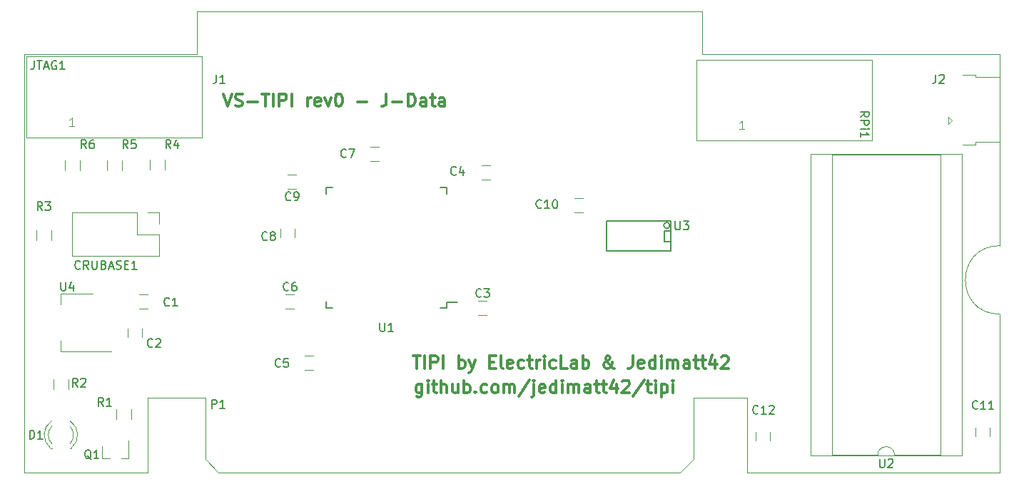
<source format=gto>
G04 #@! TF.GenerationSoftware,KiCad,Pcbnew,(5.1.5)-3*
G04 #@! TF.CreationDate,2020-04-27T11:33:16-04:00*
G04 #@! TF.ProjectId,VS-Tipi,56532d54-6970-4692-9e6b-696361645f70,V0*
G04 #@! TF.SameCoordinates,Original*
G04 #@! TF.FileFunction,Legend,Top*
G04 #@! TF.FilePolarity,Positive*
%FSLAX46Y46*%
G04 Gerber Fmt 4.6, Leading zero omitted, Abs format (unit mm)*
G04 Created by KiCad (PCBNEW (5.1.5)-3) date 2020-04-27 11:33:16*
%MOMM*%
%LPD*%
G04 APERTURE LIST*
%ADD10C,0.300000*%
%ADD11C,0.025400*%
%ADD12C,0.120000*%
%ADD13C,0.150000*%
G04 APERTURE END LIST*
D10*
X107983571Y-134730371D02*
X107983571Y-135944657D01*
X107912142Y-136087514D01*
X107840714Y-136158942D01*
X107697857Y-136230371D01*
X107483571Y-136230371D01*
X107340714Y-136158942D01*
X107983571Y-135658942D02*
X107840714Y-135730371D01*
X107555000Y-135730371D01*
X107412142Y-135658942D01*
X107340714Y-135587514D01*
X107269285Y-135444657D01*
X107269285Y-135016085D01*
X107340714Y-134873228D01*
X107412142Y-134801800D01*
X107555000Y-134730371D01*
X107840714Y-134730371D01*
X107983571Y-134801800D01*
X108697857Y-135730371D02*
X108697857Y-134730371D01*
X108697857Y-134230371D02*
X108626428Y-134301800D01*
X108697857Y-134373228D01*
X108769285Y-134301800D01*
X108697857Y-134230371D01*
X108697857Y-134373228D01*
X109197857Y-134730371D02*
X109769285Y-134730371D01*
X109412142Y-134230371D02*
X109412142Y-135516085D01*
X109483571Y-135658942D01*
X109626428Y-135730371D01*
X109769285Y-135730371D01*
X110269285Y-135730371D02*
X110269285Y-134230371D01*
X110912142Y-135730371D02*
X110912142Y-134944657D01*
X110840714Y-134801800D01*
X110697857Y-134730371D01*
X110483571Y-134730371D01*
X110340714Y-134801800D01*
X110269285Y-134873228D01*
X112269285Y-134730371D02*
X112269285Y-135730371D01*
X111626428Y-134730371D02*
X111626428Y-135516085D01*
X111697857Y-135658942D01*
X111840714Y-135730371D01*
X112055000Y-135730371D01*
X112197857Y-135658942D01*
X112269285Y-135587514D01*
X112983571Y-135730371D02*
X112983571Y-134230371D01*
X112983571Y-134801800D02*
X113126428Y-134730371D01*
X113412142Y-134730371D01*
X113555000Y-134801800D01*
X113626428Y-134873228D01*
X113697857Y-135016085D01*
X113697857Y-135444657D01*
X113626428Y-135587514D01*
X113555000Y-135658942D01*
X113412142Y-135730371D01*
X113126428Y-135730371D01*
X112983571Y-135658942D01*
X114340714Y-135587514D02*
X114412142Y-135658942D01*
X114340714Y-135730371D01*
X114269285Y-135658942D01*
X114340714Y-135587514D01*
X114340714Y-135730371D01*
X115697857Y-135658942D02*
X115555000Y-135730371D01*
X115269285Y-135730371D01*
X115126428Y-135658942D01*
X115055000Y-135587514D01*
X114983571Y-135444657D01*
X114983571Y-135016085D01*
X115055000Y-134873228D01*
X115126428Y-134801800D01*
X115269285Y-134730371D01*
X115555000Y-134730371D01*
X115697857Y-134801800D01*
X116555000Y-135730371D02*
X116412142Y-135658942D01*
X116340714Y-135587514D01*
X116269285Y-135444657D01*
X116269285Y-135016085D01*
X116340714Y-134873228D01*
X116412142Y-134801800D01*
X116555000Y-134730371D01*
X116769285Y-134730371D01*
X116912142Y-134801800D01*
X116983571Y-134873228D01*
X117055000Y-135016085D01*
X117055000Y-135444657D01*
X116983571Y-135587514D01*
X116912142Y-135658942D01*
X116769285Y-135730371D01*
X116555000Y-135730371D01*
X117697857Y-135730371D02*
X117697857Y-134730371D01*
X117697857Y-134873228D02*
X117769285Y-134801800D01*
X117912142Y-134730371D01*
X118126428Y-134730371D01*
X118269285Y-134801800D01*
X118340714Y-134944657D01*
X118340714Y-135730371D01*
X118340714Y-134944657D02*
X118412142Y-134801800D01*
X118555000Y-134730371D01*
X118769285Y-134730371D01*
X118912142Y-134801800D01*
X118983571Y-134944657D01*
X118983571Y-135730371D01*
X120769285Y-134158942D02*
X119483571Y-136087514D01*
X121269285Y-134730371D02*
X121269285Y-136016085D01*
X121197857Y-136158942D01*
X121055000Y-136230371D01*
X120983571Y-136230371D01*
X121269285Y-134230371D02*
X121197857Y-134301800D01*
X121269285Y-134373228D01*
X121340714Y-134301800D01*
X121269285Y-134230371D01*
X121269285Y-134373228D01*
X122555000Y-135658942D02*
X122412142Y-135730371D01*
X122126428Y-135730371D01*
X121983571Y-135658942D01*
X121912142Y-135516085D01*
X121912142Y-134944657D01*
X121983571Y-134801800D01*
X122126428Y-134730371D01*
X122412142Y-134730371D01*
X122555000Y-134801800D01*
X122626428Y-134944657D01*
X122626428Y-135087514D01*
X121912142Y-135230371D01*
X123912142Y-135730371D02*
X123912142Y-134230371D01*
X123912142Y-135658942D02*
X123769285Y-135730371D01*
X123483571Y-135730371D01*
X123340714Y-135658942D01*
X123269285Y-135587514D01*
X123197857Y-135444657D01*
X123197857Y-135016085D01*
X123269285Y-134873228D01*
X123340714Y-134801800D01*
X123483571Y-134730371D01*
X123769285Y-134730371D01*
X123912142Y-134801800D01*
X124626428Y-135730371D02*
X124626428Y-134730371D01*
X124626428Y-134230371D02*
X124555000Y-134301800D01*
X124626428Y-134373228D01*
X124697857Y-134301800D01*
X124626428Y-134230371D01*
X124626428Y-134373228D01*
X125340714Y-135730371D02*
X125340714Y-134730371D01*
X125340714Y-134873228D02*
X125412142Y-134801800D01*
X125555000Y-134730371D01*
X125769285Y-134730371D01*
X125912142Y-134801800D01*
X125983571Y-134944657D01*
X125983571Y-135730371D01*
X125983571Y-134944657D02*
X126055000Y-134801800D01*
X126197857Y-134730371D01*
X126412142Y-134730371D01*
X126555000Y-134801800D01*
X126626428Y-134944657D01*
X126626428Y-135730371D01*
X127983571Y-135730371D02*
X127983571Y-134944657D01*
X127912142Y-134801800D01*
X127769285Y-134730371D01*
X127483571Y-134730371D01*
X127340714Y-134801800D01*
X127983571Y-135658942D02*
X127840714Y-135730371D01*
X127483571Y-135730371D01*
X127340714Y-135658942D01*
X127269285Y-135516085D01*
X127269285Y-135373228D01*
X127340714Y-135230371D01*
X127483571Y-135158942D01*
X127840714Y-135158942D01*
X127983571Y-135087514D01*
X128483571Y-134730371D02*
X129055000Y-134730371D01*
X128697857Y-134230371D02*
X128697857Y-135516085D01*
X128769285Y-135658942D01*
X128912142Y-135730371D01*
X129055000Y-135730371D01*
X129340714Y-134730371D02*
X129912142Y-134730371D01*
X129555000Y-134230371D02*
X129555000Y-135516085D01*
X129626428Y-135658942D01*
X129769285Y-135730371D01*
X129912142Y-135730371D01*
X131055000Y-134730371D02*
X131055000Y-135730371D01*
X130697857Y-134158942D02*
X130340714Y-135230371D01*
X131269285Y-135230371D01*
X131769285Y-134373228D02*
X131840714Y-134301800D01*
X131983571Y-134230371D01*
X132340714Y-134230371D01*
X132483571Y-134301800D01*
X132555000Y-134373228D01*
X132626428Y-134516085D01*
X132626428Y-134658942D01*
X132555000Y-134873228D01*
X131697857Y-135730371D01*
X132626428Y-135730371D01*
X134340714Y-134158942D02*
X133055000Y-136087514D01*
X134626428Y-134730371D02*
X135197857Y-134730371D01*
X134840714Y-134230371D02*
X134840714Y-135516085D01*
X134912142Y-135658942D01*
X135055000Y-135730371D01*
X135197857Y-135730371D01*
X135697857Y-135730371D02*
X135697857Y-134730371D01*
X135697857Y-134230371D02*
X135626428Y-134301800D01*
X135697857Y-134373228D01*
X135769285Y-134301800D01*
X135697857Y-134230371D01*
X135697857Y-134373228D01*
X136412142Y-134730371D02*
X136412142Y-136230371D01*
X136412142Y-134801800D02*
X136555000Y-134730371D01*
X136840714Y-134730371D01*
X136983571Y-134801800D01*
X137055000Y-134873228D01*
X137126428Y-135016085D01*
X137126428Y-135444657D01*
X137055000Y-135587514D01*
X136983571Y-135658942D01*
X136840714Y-135730371D01*
X136555000Y-135730371D01*
X136412142Y-135658942D01*
X137769285Y-135730371D02*
X137769285Y-134730371D01*
X137769285Y-134230371D02*
X137697857Y-134301800D01*
X137769285Y-134373228D01*
X137840714Y-134301800D01*
X137769285Y-134230371D01*
X137769285Y-134373228D01*
D11*
X138633200Y-145161000D02*
X140208000Y-143586200D01*
X82296000Y-143586200D02*
X83870800Y-145161000D01*
D10*
X84413000Y-100194371D02*
X84913000Y-101694371D01*
X85413000Y-100194371D01*
X85841571Y-101622942D02*
X86055857Y-101694371D01*
X86413000Y-101694371D01*
X86555857Y-101622942D01*
X86627285Y-101551514D01*
X86698714Y-101408657D01*
X86698714Y-101265800D01*
X86627285Y-101122942D01*
X86555857Y-101051514D01*
X86413000Y-100980085D01*
X86127285Y-100908657D01*
X85984428Y-100837228D01*
X85913000Y-100765800D01*
X85841571Y-100622942D01*
X85841571Y-100480085D01*
X85913000Y-100337228D01*
X85984428Y-100265800D01*
X86127285Y-100194371D01*
X86484428Y-100194371D01*
X86698714Y-100265800D01*
X87341571Y-101122942D02*
X88484428Y-101122942D01*
X88984428Y-100194371D02*
X89841571Y-100194371D01*
X89413000Y-101694371D02*
X89413000Y-100194371D01*
X90341571Y-101694371D02*
X90341571Y-100194371D01*
X91055857Y-101694371D02*
X91055857Y-100194371D01*
X91627285Y-100194371D01*
X91770142Y-100265800D01*
X91841571Y-100337228D01*
X91913000Y-100480085D01*
X91913000Y-100694371D01*
X91841571Y-100837228D01*
X91770142Y-100908657D01*
X91627285Y-100980085D01*
X91055857Y-100980085D01*
X92555857Y-101694371D02*
X92555857Y-100194371D01*
X94412999Y-101694371D02*
X94412999Y-100694371D01*
X94412999Y-100980085D02*
X94484428Y-100837228D01*
X94555857Y-100765800D01*
X94698714Y-100694371D01*
X94841571Y-100694371D01*
X95913000Y-101622942D02*
X95770142Y-101694371D01*
X95484428Y-101694371D01*
X95341571Y-101622942D01*
X95270142Y-101480085D01*
X95270142Y-100908657D01*
X95341571Y-100765800D01*
X95484428Y-100694371D01*
X95770142Y-100694371D01*
X95913000Y-100765800D01*
X95984428Y-100908657D01*
X95984428Y-101051514D01*
X95270142Y-101194371D01*
X96484428Y-100694371D02*
X96841571Y-101694371D01*
X97198714Y-100694371D01*
X98055857Y-100194371D02*
X98198714Y-100194371D01*
X98341571Y-100265800D01*
X98413000Y-100337228D01*
X98484428Y-100480085D01*
X98555857Y-100765800D01*
X98555857Y-101122942D01*
X98484428Y-101408657D01*
X98413000Y-101551514D01*
X98341571Y-101622942D01*
X98198714Y-101694371D01*
X98055857Y-101694371D01*
X97913000Y-101622942D01*
X97841571Y-101551514D01*
X97770142Y-101408657D01*
X97698714Y-101122942D01*
X97698714Y-100765800D01*
X97770142Y-100480085D01*
X97841571Y-100337228D01*
X97913000Y-100265800D01*
X98055857Y-100194371D01*
X100341571Y-101122942D02*
X101484428Y-101122942D01*
X103770142Y-100194371D02*
X103770142Y-101265800D01*
X103698714Y-101480085D01*
X103555857Y-101622942D01*
X103341571Y-101694371D01*
X103198714Y-101694371D01*
X104484428Y-101122942D02*
X105627285Y-101122942D01*
X106341571Y-101694371D02*
X106341571Y-100194371D01*
X106698714Y-100194371D01*
X106913000Y-100265800D01*
X107055857Y-100408657D01*
X107127285Y-100551514D01*
X107198714Y-100837228D01*
X107198714Y-101051514D01*
X107127285Y-101337228D01*
X107055857Y-101480085D01*
X106913000Y-101622942D01*
X106698714Y-101694371D01*
X106341571Y-101694371D01*
X108484428Y-101694371D02*
X108484428Y-100908657D01*
X108413000Y-100765800D01*
X108270142Y-100694371D01*
X107984428Y-100694371D01*
X107841571Y-100765800D01*
X108484428Y-101622942D02*
X108341571Y-101694371D01*
X107984428Y-101694371D01*
X107841571Y-101622942D01*
X107770142Y-101480085D01*
X107770142Y-101337228D01*
X107841571Y-101194371D01*
X107984428Y-101122942D01*
X108341571Y-101122942D01*
X108484428Y-101051514D01*
X108984428Y-100694371D02*
X109555857Y-100694371D01*
X109198714Y-100194371D02*
X109198714Y-101480085D01*
X109270142Y-101622942D01*
X109413000Y-101694371D01*
X109555857Y-101694371D01*
X110698714Y-101694371D02*
X110698714Y-100908657D01*
X110627285Y-100765800D01*
X110484428Y-100694371D01*
X110198714Y-100694371D01*
X110055857Y-100765800D01*
X110698714Y-101622942D02*
X110555857Y-101694371D01*
X110198714Y-101694371D01*
X110055857Y-101622942D01*
X109984428Y-101480085D01*
X109984428Y-101337228D01*
X110055857Y-101194371D01*
X110198714Y-101122942D01*
X110555857Y-101122942D01*
X110698714Y-101051514D01*
D11*
X176530000Y-118237000D02*
X176530000Y-95504000D01*
X81280000Y-90424000D02*
X141224000Y-90424000D01*
X141224000Y-90424000D02*
X141224000Y-95504000D01*
X81280000Y-95504000D02*
X81280000Y-90424000D01*
X146558000Y-145161000D02*
X176530000Y-145161000D01*
X176530000Y-118237000D02*
G75*
G03X176530000Y-126365000I0J-4064000D01*
G01*
X141224000Y-95504000D02*
X176530000Y-95504000D01*
X83870800Y-145161000D02*
X138633200Y-145161000D01*
X60833000Y-95504000D02*
X81280000Y-95504000D01*
X75438000Y-145161000D02*
X75438000Y-136271000D01*
X60833000Y-145161000D02*
X60833000Y-95504000D01*
X75438000Y-145161000D02*
X60833000Y-145161000D01*
X176530000Y-145161000D02*
X176530000Y-126365000D01*
X146558000Y-136271000D02*
X146558000Y-145161000D01*
X140208000Y-136271000D02*
X146558000Y-136271000D01*
X140208000Y-143586200D02*
X140208000Y-136271000D01*
X82296000Y-136271000D02*
X82296000Y-143586200D01*
X75438000Y-136271000D02*
X82296000Y-136271000D01*
D10*
X106944285Y-131309371D02*
X107801428Y-131309371D01*
X107372857Y-132809371D02*
X107372857Y-131309371D01*
X108301428Y-132809371D02*
X108301428Y-131309371D01*
X109015714Y-132809371D02*
X109015714Y-131309371D01*
X109587142Y-131309371D01*
X109730000Y-131380800D01*
X109801428Y-131452228D01*
X109872857Y-131595085D01*
X109872857Y-131809371D01*
X109801428Y-131952228D01*
X109730000Y-132023657D01*
X109587142Y-132095085D01*
X109015714Y-132095085D01*
X110515714Y-132809371D02*
X110515714Y-131309371D01*
X112372857Y-132809371D02*
X112372857Y-131309371D01*
X112372857Y-131880800D02*
X112515714Y-131809371D01*
X112801428Y-131809371D01*
X112944285Y-131880800D01*
X113015714Y-131952228D01*
X113087142Y-132095085D01*
X113087142Y-132523657D01*
X113015714Y-132666514D01*
X112944285Y-132737942D01*
X112801428Y-132809371D01*
X112515714Y-132809371D01*
X112372857Y-132737942D01*
X113587142Y-131809371D02*
X113944285Y-132809371D01*
X114301428Y-131809371D02*
X113944285Y-132809371D01*
X113801428Y-133166514D01*
X113730000Y-133237942D01*
X113587142Y-133309371D01*
X116015714Y-132023657D02*
X116515714Y-132023657D01*
X116730000Y-132809371D02*
X116015714Y-132809371D01*
X116015714Y-131309371D01*
X116730000Y-131309371D01*
X117587142Y-132809371D02*
X117444285Y-132737942D01*
X117372857Y-132595085D01*
X117372857Y-131309371D01*
X118730000Y-132737942D02*
X118587142Y-132809371D01*
X118301428Y-132809371D01*
X118158571Y-132737942D01*
X118087142Y-132595085D01*
X118087142Y-132023657D01*
X118158571Y-131880800D01*
X118301428Y-131809371D01*
X118587142Y-131809371D01*
X118730000Y-131880800D01*
X118801428Y-132023657D01*
X118801428Y-132166514D01*
X118087142Y-132309371D01*
X120087142Y-132737942D02*
X119944285Y-132809371D01*
X119658571Y-132809371D01*
X119515714Y-132737942D01*
X119444285Y-132666514D01*
X119372857Y-132523657D01*
X119372857Y-132095085D01*
X119444285Y-131952228D01*
X119515714Y-131880800D01*
X119658571Y-131809371D01*
X119944285Y-131809371D01*
X120087142Y-131880800D01*
X120515714Y-131809371D02*
X121087142Y-131809371D01*
X120729999Y-131309371D02*
X120729999Y-132595085D01*
X120801428Y-132737942D01*
X120944285Y-132809371D01*
X121087142Y-132809371D01*
X121587142Y-132809371D02*
X121587142Y-131809371D01*
X121587142Y-132095085D02*
X121658571Y-131952228D01*
X121729999Y-131880800D01*
X121872857Y-131809371D01*
X122015714Y-131809371D01*
X122515714Y-132809371D02*
X122515714Y-131809371D01*
X122515714Y-131309371D02*
X122444285Y-131380800D01*
X122515714Y-131452228D01*
X122587142Y-131380800D01*
X122515714Y-131309371D01*
X122515714Y-131452228D01*
X123872857Y-132737942D02*
X123730000Y-132809371D01*
X123444285Y-132809371D01*
X123301428Y-132737942D01*
X123229999Y-132666514D01*
X123158571Y-132523657D01*
X123158571Y-132095085D01*
X123229999Y-131952228D01*
X123301428Y-131880800D01*
X123444285Y-131809371D01*
X123730000Y-131809371D01*
X123872857Y-131880800D01*
X125230000Y-132809371D02*
X124515714Y-132809371D01*
X124515714Y-131309371D01*
X126372857Y-132809371D02*
X126372857Y-132023657D01*
X126301428Y-131880800D01*
X126158571Y-131809371D01*
X125872857Y-131809371D01*
X125730000Y-131880800D01*
X126372857Y-132737942D02*
X126230000Y-132809371D01*
X125872857Y-132809371D01*
X125730000Y-132737942D01*
X125658571Y-132595085D01*
X125658571Y-132452228D01*
X125730000Y-132309371D01*
X125872857Y-132237942D01*
X126230000Y-132237942D01*
X126372857Y-132166514D01*
X127087142Y-132809371D02*
X127087142Y-131309371D01*
X127087142Y-131880800D02*
X127230000Y-131809371D01*
X127515714Y-131809371D01*
X127658571Y-131880800D01*
X127730000Y-131952228D01*
X127801428Y-132095085D01*
X127801428Y-132523657D01*
X127730000Y-132666514D01*
X127658571Y-132737942D01*
X127515714Y-132809371D01*
X127230000Y-132809371D01*
X127087142Y-132737942D01*
X130801428Y-132809371D02*
X130730000Y-132809371D01*
X130587142Y-132737942D01*
X130372857Y-132523657D01*
X130015714Y-132095085D01*
X129872857Y-131880800D01*
X129801428Y-131666514D01*
X129801428Y-131523657D01*
X129872857Y-131380800D01*
X130015714Y-131309371D01*
X130087142Y-131309371D01*
X130230000Y-131380800D01*
X130301428Y-131523657D01*
X130301428Y-131595085D01*
X130230000Y-131737942D01*
X130158571Y-131809371D01*
X129730000Y-132095085D01*
X129658571Y-132166514D01*
X129587142Y-132309371D01*
X129587142Y-132523657D01*
X129658571Y-132666514D01*
X129730000Y-132737942D01*
X129872857Y-132809371D01*
X130087142Y-132809371D01*
X130230000Y-132737942D01*
X130301428Y-132666514D01*
X130515714Y-132380800D01*
X130587142Y-132166514D01*
X130587142Y-132023657D01*
X133015714Y-131309371D02*
X133015714Y-132380800D01*
X132944285Y-132595085D01*
X132801428Y-132737942D01*
X132587142Y-132809371D01*
X132444285Y-132809371D01*
X134301428Y-132737942D02*
X134158571Y-132809371D01*
X133872857Y-132809371D01*
X133730000Y-132737942D01*
X133658571Y-132595085D01*
X133658571Y-132023657D01*
X133730000Y-131880800D01*
X133872857Y-131809371D01*
X134158571Y-131809371D01*
X134301428Y-131880800D01*
X134372857Y-132023657D01*
X134372857Y-132166514D01*
X133658571Y-132309371D01*
X135658571Y-132809371D02*
X135658571Y-131309371D01*
X135658571Y-132737942D02*
X135515714Y-132809371D01*
X135230000Y-132809371D01*
X135087142Y-132737942D01*
X135015714Y-132666514D01*
X134944285Y-132523657D01*
X134944285Y-132095085D01*
X135015714Y-131952228D01*
X135087142Y-131880800D01*
X135230000Y-131809371D01*
X135515714Y-131809371D01*
X135658571Y-131880800D01*
X136372857Y-132809371D02*
X136372857Y-131809371D01*
X136372857Y-131309371D02*
X136301428Y-131380800D01*
X136372857Y-131452228D01*
X136444285Y-131380800D01*
X136372857Y-131309371D01*
X136372857Y-131452228D01*
X137087142Y-132809371D02*
X137087142Y-131809371D01*
X137087142Y-131952228D02*
X137158571Y-131880800D01*
X137301428Y-131809371D01*
X137515714Y-131809371D01*
X137658571Y-131880800D01*
X137730000Y-132023657D01*
X137730000Y-132809371D01*
X137730000Y-132023657D02*
X137801428Y-131880800D01*
X137944285Y-131809371D01*
X138158571Y-131809371D01*
X138301428Y-131880800D01*
X138372857Y-132023657D01*
X138372857Y-132809371D01*
X139730000Y-132809371D02*
X139730000Y-132023657D01*
X139658571Y-131880800D01*
X139515714Y-131809371D01*
X139230000Y-131809371D01*
X139087142Y-131880800D01*
X139730000Y-132737942D02*
X139587142Y-132809371D01*
X139230000Y-132809371D01*
X139087142Y-132737942D01*
X139015714Y-132595085D01*
X139015714Y-132452228D01*
X139087142Y-132309371D01*
X139230000Y-132237942D01*
X139587142Y-132237942D01*
X139730000Y-132166514D01*
X140230000Y-131809371D02*
X140801428Y-131809371D01*
X140444285Y-131309371D02*
X140444285Y-132595085D01*
X140515714Y-132737942D01*
X140658571Y-132809371D01*
X140801428Y-132809371D01*
X141087142Y-131809371D02*
X141658571Y-131809371D01*
X141301428Y-131309371D02*
X141301428Y-132595085D01*
X141372857Y-132737942D01*
X141515714Y-132809371D01*
X141658571Y-132809371D01*
X142801428Y-131809371D02*
X142801428Y-132809371D01*
X142444285Y-131237942D02*
X142087142Y-132309371D01*
X143015714Y-132309371D01*
X143515714Y-131452228D02*
X143587142Y-131380800D01*
X143730000Y-131309371D01*
X144087142Y-131309371D01*
X144230000Y-131380800D01*
X144301428Y-131452228D01*
X144372857Y-131595085D01*
X144372857Y-131737942D01*
X144301428Y-131952228D01*
X143444285Y-132809371D01*
X144372857Y-132809371D01*
D12*
X170871000Y-103356800D02*
X170421000Y-103756800D01*
X170421000Y-103756800D02*
X170421000Y-102956800D01*
X170421000Y-102956800D02*
X170871000Y-103356800D01*
X176471000Y-98206800D02*
X173671000Y-98206800D01*
X173671000Y-98206800D02*
X173671000Y-97906800D01*
X173671000Y-97906800D02*
X172121000Y-97906800D01*
X176471000Y-105906800D02*
X173671000Y-105906800D01*
X173671000Y-106206800D02*
X173671000Y-105906800D01*
X173671000Y-106206800D02*
X172121000Y-106206800D01*
X149313000Y-141393800D02*
X149313000Y-140393800D01*
X147613000Y-140393800D02*
X147613000Y-141393800D01*
X154118000Y-143172800D02*
X172018000Y-143172800D01*
X154118000Y-107372800D02*
X154118000Y-143172800D01*
X172018000Y-107372800D02*
X154118000Y-107372800D01*
X172018000Y-143172800D02*
X172018000Y-107372800D01*
X156608000Y-143112800D02*
X162068000Y-143112800D01*
X156608000Y-107432800D02*
X156608000Y-143112800D01*
X169528000Y-107432800D02*
X156608000Y-107432800D01*
X169528000Y-143112800D02*
X169528000Y-107432800D01*
X164068000Y-143112800D02*
X169528000Y-143112800D01*
X162068000Y-143112800D02*
G75*
G02X164068000Y-143112800I1000000J0D01*
G01*
X140593000Y-96165000D02*
X161413000Y-96165000D01*
X161413000Y-96165000D02*
X161413000Y-105765000D01*
X161413000Y-105765000D02*
X140593000Y-105765000D01*
X140593000Y-105765000D02*
X140593000Y-96165000D01*
D13*
X110934000Y-125666000D02*
X110934000Y-124941000D01*
X96584000Y-125666000D02*
X96584000Y-124866000D01*
X96584000Y-111316000D02*
X96584000Y-112116000D01*
X110934000Y-111316000D02*
X110934000Y-112116000D01*
X110934000Y-125666000D02*
X110134000Y-125666000D01*
X110934000Y-111316000D02*
X110134000Y-111316000D01*
X96584000Y-111316000D02*
X97384000Y-111316000D01*
X96584000Y-125666000D02*
X97384000Y-125666000D01*
X110934000Y-124941000D02*
X112209000Y-124941000D01*
D12*
X94115000Y-132980800D02*
X95115000Y-132980800D01*
X95115000Y-131280800D02*
X94115000Y-131280800D01*
X92829000Y-124041800D02*
X91829000Y-124041800D01*
X91829000Y-125741800D02*
X92829000Y-125741800D01*
X61091000Y-95784000D02*
X81911000Y-95784000D01*
X81911000Y-95784000D02*
X81911000Y-105384000D01*
X81911000Y-105384000D02*
X61091000Y-105384000D01*
X61091000Y-105384000D02*
X61091000Y-95784000D01*
X64072392Y-139043665D02*
G75*
G03X63915484Y-142276000I1078608J-1672335D01*
G01*
X66229608Y-139043665D02*
G75*
G02X66386516Y-142276000I-1078608J-1672335D01*
G01*
X64071163Y-139674870D02*
G75*
G03X64071000Y-141756961I1079837J-1041130D01*
G01*
X66230837Y-139674870D02*
G75*
G02X66231000Y-141756961I-1079837J-1041130D01*
G01*
X63915000Y-142276000D02*
X64071000Y-142276000D01*
X66231000Y-142276000D02*
X66387000Y-142276000D01*
X74168000Y-114290800D02*
X66488000Y-114290800D01*
X66488000Y-114290800D02*
X66488000Y-119490800D01*
X66488000Y-119490800D02*
X76768000Y-119490800D01*
X76768000Y-119490800D02*
X76768000Y-116890800D01*
X76768000Y-116890800D02*
X74168000Y-116890800D01*
X74168000Y-116890800D02*
X74168000Y-114290800D01*
X75438000Y-114290800D02*
X76768000Y-114290800D01*
X76768000Y-114290800D02*
X76768000Y-115620800D01*
X70048000Y-143508000D02*
X70978000Y-143508000D01*
X73208000Y-143508000D02*
X72278000Y-143508000D01*
X73208000Y-143508000D02*
X73208000Y-141348000D01*
X70048000Y-143508000D02*
X70048000Y-142048000D01*
X73524000Y-137626800D02*
X73524000Y-138826800D01*
X71764000Y-138826800D02*
X71764000Y-137626800D01*
X64271000Y-135270800D02*
X64271000Y-134070800D01*
X66031000Y-134070800D02*
X66031000Y-135270800D01*
D13*
X129921000Y-118872000D02*
X137541000Y-118872000D01*
X137541000Y-115316000D02*
X129921000Y-115316000D01*
X129921000Y-118872000D02*
X129921000Y-115316000D01*
X137541000Y-115316000D02*
X137541000Y-118872000D01*
X137392210Y-115824000D02*
G75*
G03X137392210Y-115824000I-359210J0D01*
G01*
X137541000Y-117729000D02*
X136779000Y-117729000D01*
X136779000Y-117729000D02*
X136779000Y-116459000D01*
X136779000Y-116459000D02*
X137541000Y-116459000D01*
D12*
X92925000Y-117263800D02*
X92925000Y-116263800D01*
X91225000Y-116263800D02*
X91225000Y-117263800D01*
X75701000Y-109235800D02*
X75701000Y-108035800D01*
X77461000Y-108035800D02*
X77461000Y-109235800D01*
X70621000Y-109312000D02*
X70621000Y-108112000D01*
X72381000Y-108112000D02*
X72381000Y-109312000D01*
X65668000Y-109312000D02*
X65668000Y-108112000D01*
X67428000Y-108112000D02*
X67428000Y-109312000D01*
X75430000Y-124041800D02*
X74430000Y-124041800D01*
X74430000Y-125741800D02*
X75430000Y-125741800D01*
X74764000Y-129074800D02*
X74764000Y-128074800D01*
X73064000Y-128074800D02*
X73064000Y-129074800D01*
X115689000Y-124803800D02*
X114689000Y-124803800D01*
X114689000Y-126503800D02*
X115689000Y-126503800D01*
X116090000Y-108674800D02*
X115090000Y-108674800D01*
X115090000Y-110374800D02*
X116090000Y-110374800D01*
X101862000Y-108215800D02*
X102862000Y-108215800D01*
X102862000Y-106515800D02*
X101862000Y-106515800D01*
X92083000Y-111517800D02*
X93083000Y-111517800D01*
X93083000Y-109817800D02*
X92083000Y-109817800D01*
X126119000Y-114311800D02*
X127119000Y-114311800D01*
X127119000Y-112611800D02*
X126119000Y-112611800D01*
X173648000Y-139835000D02*
X173648000Y-140835000D01*
X175348000Y-140835000D02*
X175348000Y-139835000D01*
X62239000Y-117567000D02*
X62239000Y-116367000D01*
X63999000Y-116367000D02*
X63999000Y-117567000D01*
X65146000Y-123971000D02*
X65146000Y-125231000D01*
X65146000Y-130791000D02*
X65146000Y-129531000D01*
X68906000Y-123971000D02*
X65146000Y-123971000D01*
X71156000Y-130791000D02*
X65146000Y-130791000D01*
D13*
X168957666Y-97928180D02*
X168957666Y-98642466D01*
X168910047Y-98785323D01*
X168814809Y-98880561D01*
X168671952Y-98928180D01*
X168576714Y-98928180D01*
X169386238Y-98023419D02*
X169433857Y-97975800D01*
X169529095Y-97928180D01*
X169767190Y-97928180D01*
X169862428Y-97975800D01*
X169910047Y-98023419D01*
X169957666Y-98118657D01*
X169957666Y-98213895D01*
X169910047Y-98356752D01*
X169338619Y-98928180D01*
X169957666Y-98928180D01*
X147883642Y-138119442D02*
X147836023Y-138167061D01*
X147693166Y-138214680D01*
X147597928Y-138214680D01*
X147455071Y-138167061D01*
X147359833Y-138071823D01*
X147312214Y-137976585D01*
X147264595Y-137786109D01*
X147264595Y-137643252D01*
X147312214Y-137452776D01*
X147359833Y-137357538D01*
X147455071Y-137262300D01*
X147597928Y-137214680D01*
X147693166Y-137214680D01*
X147836023Y-137262300D01*
X147883642Y-137309919D01*
X148836023Y-138214680D02*
X148264595Y-138214680D01*
X148550309Y-138214680D02*
X148550309Y-137214680D01*
X148455071Y-137357538D01*
X148359833Y-137452776D01*
X148264595Y-137500395D01*
X149216976Y-137309919D02*
X149264595Y-137262300D01*
X149359833Y-137214680D01*
X149597928Y-137214680D01*
X149693166Y-137262300D01*
X149740785Y-137309919D01*
X149788404Y-137405157D01*
X149788404Y-137500395D01*
X149740785Y-137643252D01*
X149169357Y-138214680D01*
X149788404Y-138214680D01*
X162306095Y-143565180D02*
X162306095Y-144374704D01*
X162353714Y-144469942D01*
X162401333Y-144517561D01*
X162496571Y-144565180D01*
X162687047Y-144565180D01*
X162782285Y-144517561D01*
X162829904Y-144469942D01*
X162877523Y-144374704D01*
X162877523Y-143565180D01*
X163306095Y-143660419D02*
X163353714Y-143612800D01*
X163448952Y-143565180D01*
X163687047Y-143565180D01*
X163782285Y-143612800D01*
X163829904Y-143660419D01*
X163877523Y-143755657D01*
X163877523Y-143850895D01*
X163829904Y-143993752D01*
X163258476Y-144565180D01*
X163877523Y-144565180D01*
X160012119Y-102917738D02*
X160488309Y-102584404D01*
X160012119Y-102346309D02*
X161012119Y-102346309D01*
X161012119Y-102727261D01*
X160964500Y-102822500D01*
X160916880Y-102870119D01*
X160821642Y-102917738D01*
X160678785Y-102917738D01*
X160583547Y-102870119D01*
X160535928Y-102822500D01*
X160488309Y-102727261D01*
X160488309Y-102346309D01*
X160012119Y-103346309D02*
X161012119Y-103346309D01*
X161012119Y-103727261D01*
X160964500Y-103822500D01*
X160916880Y-103870119D01*
X160821642Y-103917738D01*
X160678785Y-103917738D01*
X160583547Y-103870119D01*
X160535928Y-103822500D01*
X160488309Y-103727261D01*
X160488309Y-103346309D01*
X160012119Y-104346309D02*
X160678785Y-104346309D01*
X161012119Y-104346309D02*
X160964500Y-104298690D01*
X160916880Y-104346309D01*
X160964500Y-104393928D01*
X161012119Y-104346309D01*
X160916880Y-104346309D01*
X160012119Y-105346309D02*
X160012119Y-104774880D01*
X160012119Y-105060595D02*
X161012119Y-105060595D01*
X160869261Y-104965357D01*
X160774023Y-104870119D01*
X160726404Y-104774880D01*
D12*
X146228714Y-104407380D02*
X145657285Y-104407380D01*
X145943000Y-104407380D02*
X145943000Y-103407380D01*
X145847761Y-103550238D01*
X145752523Y-103645476D01*
X145657285Y-103693095D01*
D13*
X83081904Y-137536180D02*
X83081904Y-136536180D01*
X83462857Y-136536180D01*
X83558095Y-136583800D01*
X83605714Y-136631419D01*
X83653333Y-136726657D01*
X83653333Y-136869514D01*
X83605714Y-136964752D01*
X83558095Y-137012371D01*
X83462857Y-137059990D01*
X83081904Y-137059990D01*
X84605714Y-137536180D02*
X84034285Y-137536180D01*
X84320000Y-137536180D02*
X84320000Y-136536180D01*
X84224761Y-136679038D01*
X84129523Y-136774276D01*
X84034285Y-136821895D01*
X83613666Y-97928180D02*
X83613666Y-98642466D01*
X83566047Y-98785323D01*
X83470809Y-98880561D01*
X83327952Y-98928180D01*
X83232714Y-98928180D01*
X84613666Y-98928180D02*
X84042238Y-98928180D01*
X84327952Y-98928180D02*
X84327952Y-97928180D01*
X84232714Y-98071038D01*
X84137476Y-98166276D01*
X84042238Y-98213895D01*
X102997095Y-127393380D02*
X102997095Y-128202904D01*
X103044714Y-128298142D01*
X103092333Y-128345761D01*
X103187571Y-128393380D01*
X103378047Y-128393380D01*
X103473285Y-128345761D01*
X103520904Y-128298142D01*
X103568523Y-128202904D01*
X103568523Y-127393380D01*
X104568523Y-128393380D02*
X103997095Y-128393380D01*
X104282809Y-128393380D02*
X104282809Y-127393380D01*
X104187571Y-127536238D01*
X104092333Y-127631476D01*
X103997095Y-127679095D01*
X91189833Y-132551442D02*
X91142214Y-132599061D01*
X90999357Y-132646680D01*
X90904119Y-132646680D01*
X90761261Y-132599061D01*
X90666023Y-132503823D01*
X90618404Y-132408585D01*
X90570785Y-132218109D01*
X90570785Y-132075252D01*
X90618404Y-131884776D01*
X90666023Y-131789538D01*
X90761261Y-131694300D01*
X90904119Y-131646680D01*
X90999357Y-131646680D01*
X91142214Y-131694300D01*
X91189833Y-131741919D01*
X92094595Y-131646680D02*
X91618404Y-131646680D01*
X91570785Y-132122871D01*
X91618404Y-132075252D01*
X91713642Y-132027633D01*
X91951738Y-132027633D01*
X92046976Y-132075252D01*
X92094595Y-132122871D01*
X92142214Y-132218109D01*
X92142214Y-132456204D01*
X92094595Y-132551442D01*
X92046976Y-132599061D01*
X91951738Y-132646680D01*
X91713642Y-132646680D01*
X91618404Y-132599061D01*
X91570785Y-132551442D01*
X92162333Y-123498942D02*
X92114714Y-123546561D01*
X91971857Y-123594180D01*
X91876619Y-123594180D01*
X91733761Y-123546561D01*
X91638523Y-123451323D01*
X91590904Y-123356085D01*
X91543285Y-123165609D01*
X91543285Y-123022752D01*
X91590904Y-122832276D01*
X91638523Y-122737038D01*
X91733761Y-122641800D01*
X91876619Y-122594180D01*
X91971857Y-122594180D01*
X92114714Y-122641800D01*
X92162333Y-122689419D01*
X93019476Y-122594180D02*
X92829000Y-122594180D01*
X92733761Y-122641800D01*
X92686142Y-122689419D01*
X92590904Y-122832276D01*
X92543285Y-123022752D01*
X92543285Y-123403704D01*
X92590904Y-123498942D01*
X92638523Y-123546561D01*
X92733761Y-123594180D01*
X92924238Y-123594180D01*
X93019476Y-123546561D01*
X93067095Y-123498942D01*
X93114714Y-123403704D01*
X93114714Y-123165609D01*
X93067095Y-123070371D01*
X93019476Y-123022752D01*
X92924238Y-122975133D01*
X92733761Y-122975133D01*
X92638523Y-123022752D01*
X92590904Y-123070371D01*
X92543285Y-123165609D01*
X61984142Y-96289880D02*
X61984142Y-97004166D01*
X61936523Y-97147023D01*
X61841285Y-97242261D01*
X61698428Y-97289880D01*
X61603190Y-97289880D01*
X62317476Y-96289880D02*
X62888904Y-96289880D01*
X62603190Y-97289880D02*
X62603190Y-96289880D01*
X63174619Y-97004166D02*
X63650809Y-97004166D01*
X63079380Y-97289880D02*
X63412714Y-96289880D01*
X63746047Y-97289880D01*
X64603190Y-96337500D02*
X64507952Y-96289880D01*
X64365095Y-96289880D01*
X64222238Y-96337500D01*
X64127000Y-96432738D01*
X64079380Y-96527976D01*
X64031761Y-96718452D01*
X64031761Y-96861309D01*
X64079380Y-97051785D01*
X64127000Y-97147023D01*
X64222238Y-97242261D01*
X64365095Y-97289880D01*
X64460333Y-97289880D01*
X64603190Y-97242261D01*
X64650809Y-97194642D01*
X64650809Y-96861309D01*
X64460333Y-96861309D01*
X65603190Y-97289880D02*
X65031761Y-97289880D01*
X65317476Y-97289880D02*
X65317476Y-96289880D01*
X65222238Y-96432738D01*
X65127000Y-96527976D01*
X65031761Y-96575595D01*
D12*
X66726714Y-104026380D02*
X66155285Y-104026380D01*
X66441000Y-104026380D02*
X66441000Y-103026380D01*
X66345761Y-103169238D01*
X66250523Y-103264476D01*
X66155285Y-103312095D01*
D13*
X61452904Y-141168380D02*
X61452904Y-140168380D01*
X61691000Y-140168380D01*
X61833857Y-140216000D01*
X61929095Y-140311238D01*
X61976714Y-140406476D01*
X62024333Y-140596952D01*
X62024333Y-140739809D01*
X61976714Y-140930285D01*
X61929095Y-141025523D01*
X61833857Y-141120761D01*
X61691000Y-141168380D01*
X61452904Y-141168380D01*
X62976714Y-141168380D02*
X62405285Y-141168380D01*
X62691000Y-141168380D02*
X62691000Y-140168380D01*
X62595761Y-140311238D01*
X62500523Y-140406476D01*
X62405285Y-140454095D01*
X67437380Y-120930942D02*
X67389761Y-120978561D01*
X67246904Y-121026180D01*
X67151666Y-121026180D01*
X67008809Y-120978561D01*
X66913571Y-120883323D01*
X66865952Y-120788085D01*
X66818333Y-120597609D01*
X66818333Y-120454752D01*
X66865952Y-120264276D01*
X66913571Y-120169038D01*
X67008809Y-120073800D01*
X67151666Y-120026180D01*
X67246904Y-120026180D01*
X67389761Y-120073800D01*
X67437380Y-120121419D01*
X68437380Y-121026180D02*
X68104047Y-120549990D01*
X67865952Y-121026180D02*
X67865952Y-120026180D01*
X68246904Y-120026180D01*
X68342142Y-120073800D01*
X68389761Y-120121419D01*
X68437380Y-120216657D01*
X68437380Y-120359514D01*
X68389761Y-120454752D01*
X68342142Y-120502371D01*
X68246904Y-120549990D01*
X67865952Y-120549990D01*
X68865952Y-120026180D02*
X68865952Y-120835704D01*
X68913571Y-120930942D01*
X68961190Y-120978561D01*
X69056428Y-121026180D01*
X69246904Y-121026180D01*
X69342142Y-120978561D01*
X69389761Y-120930942D01*
X69437380Y-120835704D01*
X69437380Y-120026180D01*
X70246904Y-120502371D02*
X70389761Y-120549990D01*
X70437380Y-120597609D01*
X70485000Y-120692847D01*
X70485000Y-120835704D01*
X70437380Y-120930942D01*
X70389761Y-120978561D01*
X70294523Y-121026180D01*
X69913571Y-121026180D01*
X69913571Y-120026180D01*
X70246904Y-120026180D01*
X70342142Y-120073800D01*
X70389761Y-120121419D01*
X70437380Y-120216657D01*
X70437380Y-120311895D01*
X70389761Y-120407133D01*
X70342142Y-120454752D01*
X70246904Y-120502371D01*
X69913571Y-120502371D01*
X70865952Y-120740466D02*
X71342142Y-120740466D01*
X70770714Y-121026180D02*
X71104047Y-120026180D01*
X71437380Y-121026180D01*
X71723095Y-120978561D02*
X71865952Y-121026180D01*
X72104047Y-121026180D01*
X72199285Y-120978561D01*
X72246904Y-120930942D01*
X72294523Y-120835704D01*
X72294523Y-120740466D01*
X72246904Y-120645228D01*
X72199285Y-120597609D01*
X72104047Y-120549990D01*
X71913571Y-120502371D01*
X71818333Y-120454752D01*
X71770714Y-120407133D01*
X71723095Y-120311895D01*
X71723095Y-120216657D01*
X71770714Y-120121419D01*
X71818333Y-120073800D01*
X71913571Y-120026180D01*
X72151666Y-120026180D01*
X72294523Y-120073800D01*
X72723095Y-120502371D02*
X73056428Y-120502371D01*
X73199285Y-121026180D02*
X72723095Y-121026180D01*
X72723095Y-120026180D01*
X73199285Y-120026180D01*
X74151666Y-121026180D02*
X73580238Y-121026180D01*
X73865952Y-121026180D02*
X73865952Y-120026180D01*
X73770714Y-120169038D01*
X73675476Y-120264276D01*
X73580238Y-120311895D01*
X68738761Y-143600419D02*
X68643523Y-143552800D01*
X68548285Y-143457561D01*
X68405428Y-143314704D01*
X68310190Y-143267085D01*
X68214952Y-143267085D01*
X68262571Y-143505180D02*
X68167333Y-143457561D01*
X68072095Y-143362323D01*
X68024476Y-143171847D01*
X68024476Y-142838514D01*
X68072095Y-142648038D01*
X68167333Y-142552800D01*
X68262571Y-142505180D01*
X68453047Y-142505180D01*
X68548285Y-142552800D01*
X68643523Y-142648038D01*
X68691142Y-142838514D01*
X68691142Y-143171847D01*
X68643523Y-143362323D01*
X68548285Y-143457561D01*
X68453047Y-143505180D01*
X68262571Y-143505180D01*
X69643523Y-143505180D02*
X69072095Y-143505180D01*
X69357809Y-143505180D02*
X69357809Y-142505180D01*
X69262571Y-142648038D01*
X69167333Y-142743276D01*
X69072095Y-142790895D01*
X70191333Y-137282180D02*
X69858000Y-136805990D01*
X69619904Y-137282180D02*
X69619904Y-136282180D01*
X70000857Y-136282180D01*
X70096095Y-136329800D01*
X70143714Y-136377419D01*
X70191333Y-136472657D01*
X70191333Y-136615514D01*
X70143714Y-136710752D01*
X70096095Y-136758371D01*
X70000857Y-136805990D01*
X69619904Y-136805990D01*
X71143714Y-137282180D02*
X70572285Y-137282180D01*
X70858000Y-137282180D02*
X70858000Y-136282180D01*
X70762761Y-136425038D01*
X70667523Y-136520276D01*
X70572285Y-136567895D01*
X67143333Y-134996180D02*
X66810000Y-134519990D01*
X66571904Y-134996180D02*
X66571904Y-133996180D01*
X66952857Y-133996180D01*
X67048095Y-134043800D01*
X67095714Y-134091419D01*
X67143333Y-134186657D01*
X67143333Y-134329514D01*
X67095714Y-134424752D01*
X67048095Y-134472371D01*
X66952857Y-134519990D01*
X66571904Y-134519990D01*
X67524285Y-134091419D02*
X67571904Y-134043800D01*
X67667142Y-133996180D01*
X67905238Y-133996180D01*
X68000476Y-134043800D01*
X68048095Y-134091419D01*
X68095714Y-134186657D01*
X68095714Y-134281895D01*
X68048095Y-134424752D01*
X67476666Y-134996180D01*
X68095714Y-134996180D01*
X138049095Y-115327180D02*
X138049095Y-116136704D01*
X138096714Y-116231942D01*
X138144333Y-116279561D01*
X138239571Y-116327180D01*
X138430047Y-116327180D01*
X138525285Y-116279561D01*
X138572904Y-116231942D01*
X138620523Y-116136704D01*
X138620523Y-115327180D01*
X139001476Y-115327180D02*
X139620523Y-115327180D01*
X139287190Y-115708133D01*
X139430047Y-115708133D01*
X139525285Y-115755752D01*
X139572904Y-115803371D01*
X139620523Y-115898609D01*
X139620523Y-116136704D01*
X139572904Y-116231942D01*
X139525285Y-116279561D01*
X139430047Y-116327180D01*
X139144333Y-116327180D01*
X139049095Y-116279561D01*
X139001476Y-116231942D01*
X89622333Y-117501942D02*
X89574714Y-117549561D01*
X89431857Y-117597180D01*
X89336619Y-117597180D01*
X89193761Y-117549561D01*
X89098523Y-117454323D01*
X89050904Y-117359085D01*
X89003285Y-117168609D01*
X89003285Y-117025752D01*
X89050904Y-116835276D01*
X89098523Y-116740038D01*
X89193761Y-116644800D01*
X89336619Y-116597180D01*
X89431857Y-116597180D01*
X89574714Y-116644800D01*
X89622333Y-116692419D01*
X90193761Y-117025752D02*
X90098523Y-116978133D01*
X90050904Y-116930514D01*
X90003285Y-116835276D01*
X90003285Y-116787657D01*
X90050904Y-116692419D01*
X90098523Y-116644800D01*
X90193761Y-116597180D01*
X90384238Y-116597180D01*
X90479476Y-116644800D01*
X90527095Y-116692419D01*
X90574714Y-116787657D01*
X90574714Y-116835276D01*
X90527095Y-116930514D01*
X90479476Y-116978133D01*
X90384238Y-117025752D01*
X90193761Y-117025752D01*
X90098523Y-117073371D01*
X90050904Y-117120990D01*
X90003285Y-117216228D01*
X90003285Y-117406704D01*
X90050904Y-117501942D01*
X90098523Y-117549561D01*
X90193761Y-117597180D01*
X90384238Y-117597180D01*
X90479476Y-117549561D01*
X90527095Y-117501942D01*
X90574714Y-117406704D01*
X90574714Y-117216228D01*
X90527095Y-117120990D01*
X90479476Y-117073371D01*
X90384238Y-117025752D01*
X78192333Y-106675180D02*
X77859000Y-106198990D01*
X77620904Y-106675180D02*
X77620904Y-105675180D01*
X78001857Y-105675180D01*
X78097095Y-105722800D01*
X78144714Y-105770419D01*
X78192333Y-105865657D01*
X78192333Y-106008514D01*
X78144714Y-106103752D01*
X78097095Y-106151371D01*
X78001857Y-106198990D01*
X77620904Y-106198990D01*
X79049476Y-106008514D02*
X79049476Y-106675180D01*
X78811380Y-105627561D02*
X78573285Y-106341847D01*
X79192333Y-106341847D01*
X73112333Y-106675180D02*
X72779000Y-106198990D01*
X72540904Y-106675180D02*
X72540904Y-105675180D01*
X72921857Y-105675180D01*
X73017095Y-105722800D01*
X73064714Y-105770419D01*
X73112333Y-105865657D01*
X73112333Y-106008514D01*
X73064714Y-106103752D01*
X73017095Y-106151371D01*
X72921857Y-106198990D01*
X72540904Y-106198990D01*
X74017095Y-105675180D02*
X73540904Y-105675180D01*
X73493285Y-106151371D01*
X73540904Y-106103752D01*
X73636142Y-106056133D01*
X73874238Y-106056133D01*
X73969476Y-106103752D01*
X74017095Y-106151371D01*
X74064714Y-106246609D01*
X74064714Y-106484704D01*
X74017095Y-106579942D01*
X73969476Y-106627561D01*
X73874238Y-106675180D01*
X73636142Y-106675180D01*
X73540904Y-106627561D01*
X73493285Y-106579942D01*
X68159333Y-106675180D02*
X67826000Y-106198990D01*
X67587904Y-106675180D02*
X67587904Y-105675180D01*
X67968857Y-105675180D01*
X68064095Y-105722800D01*
X68111714Y-105770419D01*
X68159333Y-105865657D01*
X68159333Y-106008514D01*
X68111714Y-106103752D01*
X68064095Y-106151371D01*
X67968857Y-106198990D01*
X67587904Y-106198990D01*
X69016476Y-105675180D02*
X68826000Y-105675180D01*
X68730761Y-105722800D01*
X68683142Y-105770419D01*
X68587904Y-105913276D01*
X68540285Y-106103752D01*
X68540285Y-106484704D01*
X68587904Y-106579942D01*
X68635523Y-106627561D01*
X68730761Y-106675180D01*
X68921238Y-106675180D01*
X69016476Y-106627561D01*
X69064095Y-106579942D01*
X69111714Y-106484704D01*
X69111714Y-106246609D01*
X69064095Y-106151371D01*
X69016476Y-106103752D01*
X68921238Y-106056133D01*
X68730761Y-106056133D01*
X68635523Y-106103752D01*
X68587904Y-106151371D01*
X68540285Y-106246609D01*
X78021833Y-125312442D02*
X77974214Y-125360061D01*
X77831357Y-125407680D01*
X77736119Y-125407680D01*
X77593261Y-125360061D01*
X77498023Y-125264823D01*
X77450404Y-125169585D01*
X77402785Y-124979109D01*
X77402785Y-124836252D01*
X77450404Y-124645776D01*
X77498023Y-124550538D01*
X77593261Y-124455300D01*
X77736119Y-124407680D01*
X77831357Y-124407680D01*
X77974214Y-124455300D01*
X78021833Y-124502919D01*
X78974214Y-125407680D02*
X78402785Y-125407680D01*
X78688500Y-125407680D02*
X78688500Y-124407680D01*
X78593261Y-124550538D01*
X78498023Y-124645776D01*
X78402785Y-124693395D01*
X76033333Y-130201942D02*
X75985714Y-130249561D01*
X75842857Y-130297180D01*
X75747619Y-130297180D01*
X75604761Y-130249561D01*
X75509523Y-130154323D01*
X75461904Y-130059085D01*
X75414285Y-129868609D01*
X75414285Y-129725752D01*
X75461904Y-129535276D01*
X75509523Y-129440038D01*
X75604761Y-129344800D01*
X75747619Y-129297180D01*
X75842857Y-129297180D01*
X75985714Y-129344800D01*
X76033333Y-129392419D01*
X76414285Y-129392419D02*
X76461904Y-129344800D01*
X76557142Y-129297180D01*
X76795238Y-129297180D01*
X76890476Y-129344800D01*
X76938095Y-129392419D01*
X76985714Y-129487657D01*
X76985714Y-129582895D01*
X76938095Y-129725752D01*
X76366666Y-130297180D01*
X76985714Y-130297180D01*
X115022333Y-124260942D02*
X114974714Y-124308561D01*
X114831857Y-124356180D01*
X114736619Y-124356180D01*
X114593761Y-124308561D01*
X114498523Y-124213323D01*
X114450904Y-124118085D01*
X114403285Y-123927609D01*
X114403285Y-123784752D01*
X114450904Y-123594276D01*
X114498523Y-123499038D01*
X114593761Y-123403800D01*
X114736619Y-123356180D01*
X114831857Y-123356180D01*
X114974714Y-123403800D01*
X115022333Y-123451419D01*
X115355666Y-123356180D02*
X115974714Y-123356180D01*
X115641380Y-123737133D01*
X115784238Y-123737133D01*
X115879476Y-123784752D01*
X115927095Y-123832371D01*
X115974714Y-123927609D01*
X115974714Y-124165704D01*
X115927095Y-124260942D01*
X115879476Y-124308561D01*
X115784238Y-124356180D01*
X115498523Y-124356180D01*
X115403285Y-124308561D01*
X115355666Y-124260942D01*
X112037833Y-109754942D02*
X111990214Y-109802561D01*
X111847357Y-109850180D01*
X111752119Y-109850180D01*
X111609261Y-109802561D01*
X111514023Y-109707323D01*
X111466404Y-109612085D01*
X111418785Y-109421609D01*
X111418785Y-109278752D01*
X111466404Y-109088276D01*
X111514023Y-108993038D01*
X111609261Y-108897800D01*
X111752119Y-108850180D01*
X111847357Y-108850180D01*
X111990214Y-108897800D01*
X112037833Y-108945419D01*
X112894976Y-109183514D02*
X112894976Y-109850180D01*
X112656880Y-108802561D02*
X112418785Y-109516847D01*
X113037833Y-109516847D01*
X98976833Y-107659442D02*
X98929214Y-107707061D01*
X98786357Y-107754680D01*
X98691119Y-107754680D01*
X98548261Y-107707061D01*
X98453023Y-107611823D01*
X98405404Y-107516585D01*
X98357785Y-107326109D01*
X98357785Y-107183252D01*
X98405404Y-106992776D01*
X98453023Y-106897538D01*
X98548261Y-106802300D01*
X98691119Y-106754680D01*
X98786357Y-106754680D01*
X98929214Y-106802300D01*
X98976833Y-106849919D01*
X99310166Y-106754680D02*
X99976833Y-106754680D01*
X99548261Y-107754680D01*
X92416333Y-112774942D02*
X92368714Y-112822561D01*
X92225857Y-112870180D01*
X92130619Y-112870180D01*
X91987761Y-112822561D01*
X91892523Y-112727323D01*
X91844904Y-112632085D01*
X91797285Y-112441609D01*
X91797285Y-112298752D01*
X91844904Y-112108276D01*
X91892523Y-112013038D01*
X91987761Y-111917800D01*
X92130619Y-111870180D01*
X92225857Y-111870180D01*
X92368714Y-111917800D01*
X92416333Y-111965419D01*
X92892523Y-112870180D02*
X93083000Y-112870180D01*
X93178238Y-112822561D01*
X93225857Y-112774942D01*
X93321095Y-112632085D01*
X93368714Y-112441609D01*
X93368714Y-112060657D01*
X93321095Y-111965419D01*
X93273476Y-111917800D01*
X93178238Y-111870180D01*
X92987761Y-111870180D01*
X92892523Y-111917800D01*
X92844904Y-111965419D01*
X92797285Y-112060657D01*
X92797285Y-112298752D01*
X92844904Y-112393990D01*
X92892523Y-112441609D01*
X92987761Y-112489228D01*
X93178238Y-112489228D01*
X93273476Y-112441609D01*
X93321095Y-112393990D01*
X93368714Y-112298752D01*
X122166142Y-113691942D02*
X122118523Y-113739561D01*
X121975666Y-113787180D01*
X121880428Y-113787180D01*
X121737571Y-113739561D01*
X121642333Y-113644323D01*
X121594714Y-113549085D01*
X121547095Y-113358609D01*
X121547095Y-113215752D01*
X121594714Y-113025276D01*
X121642333Y-112930038D01*
X121737571Y-112834800D01*
X121880428Y-112787180D01*
X121975666Y-112787180D01*
X122118523Y-112834800D01*
X122166142Y-112882419D01*
X123118523Y-113787180D02*
X122547095Y-113787180D01*
X122832809Y-113787180D02*
X122832809Y-112787180D01*
X122737571Y-112930038D01*
X122642333Y-113025276D01*
X122547095Y-113072895D01*
X123737571Y-112787180D02*
X123832809Y-112787180D01*
X123928047Y-112834800D01*
X123975666Y-112882419D01*
X124023285Y-112977657D01*
X124070904Y-113168133D01*
X124070904Y-113406228D01*
X124023285Y-113596704D01*
X123975666Y-113691942D01*
X123928047Y-113739561D01*
X123832809Y-113787180D01*
X123737571Y-113787180D01*
X123642333Y-113739561D01*
X123594714Y-113691942D01*
X123547095Y-113596704D01*
X123499476Y-113406228D01*
X123499476Y-113168133D01*
X123547095Y-112977657D01*
X123594714Y-112882419D01*
X123642333Y-112834800D01*
X123737571Y-112787180D01*
X173918642Y-137560642D02*
X173871023Y-137608261D01*
X173728166Y-137655880D01*
X173632928Y-137655880D01*
X173490071Y-137608261D01*
X173394833Y-137513023D01*
X173347214Y-137417785D01*
X173299595Y-137227309D01*
X173299595Y-137084452D01*
X173347214Y-136893976D01*
X173394833Y-136798738D01*
X173490071Y-136703500D01*
X173632928Y-136655880D01*
X173728166Y-136655880D01*
X173871023Y-136703500D01*
X173918642Y-136751119D01*
X174871023Y-137655880D02*
X174299595Y-137655880D01*
X174585309Y-137655880D02*
X174585309Y-136655880D01*
X174490071Y-136798738D01*
X174394833Y-136893976D01*
X174299595Y-136941595D01*
X175823404Y-137655880D02*
X175251976Y-137655880D01*
X175537690Y-137655880D02*
X175537690Y-136655880D01*
X175442452Y-136798738D01*
X175347214Y-136893976D01*
X175251976Y-136941595D01*
X62952333Y-114041180D02*
X62619000Y-113564990D01*
X62380904Y-114041180D02*
X62380904Y-113041180D01*
X62761857Y-113041180D01*
X62857095Y-113088800D01*
X62904714Y-113136419D01*
X62952333Y-113231657D01*
X62952333Y-113374514D01*
X62904714Y-113469752D01*
X62857095Y-113517371D01*
X62761857Y-113564990D01*
X62380904Y-113564990D01*
X63285666Y-113041180D02*
X63904714Y-113041180D01*
X63571380Y-113422133D01*
X63714238Y-113422133D01*
X63809476Y-113469752D01*
X63857095Y-113517371D01*
X63904714Y-113612609D01*
X63904714Y-113850704D01*
X63857095Y-113945942D01*
X63809476Y-113993561D01*
X63714238Y-114041180D01*
X63428523Y-114041180D01*
X63333285Y-113993561D01*
X63285666Y-113945942D01*
X65151095Y-122566180D02*
X65151095Y-123375704D01*
X65198714Y-123470942D01*
X65246333Y-123518561D01*
X65341571Y-123566180D01*
X65532047Y-123566180D01*
X65627285Y-123518561D01*
X65674904Y-123470942D01*
X65722523Y-123375704D01*
X65722523Y-122566180D01*
X66627285Y-122899514D02*
X66627285Y-123566180D01*
X66389190Y-122518561D02*
X66151095Y-123232847D01*
X66770142Y-123232847D01*
M02*

</source>
